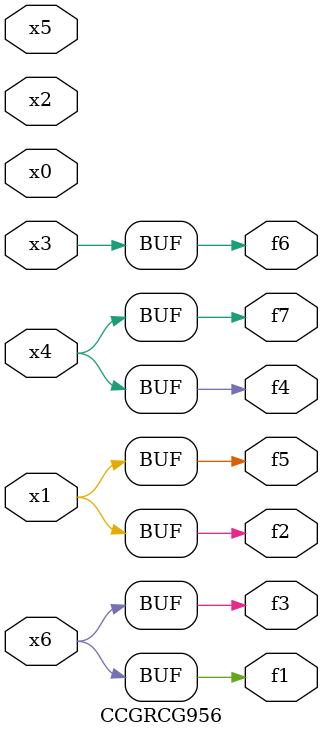
<source format=v>
module CCGRCG956(
	input x0, x1, x2, x3, x4, x5, x6,
	output f1, f2, f3, f4, f5, f6, f7
);
	assign f1 = x6;
	assign f2 = x1;
	assign f3 = x6;
	assign f4 = x4;
	assign f5 = x1;
	assign f6 = x3;
	assign f7 = x4;
endmodule

</source>
